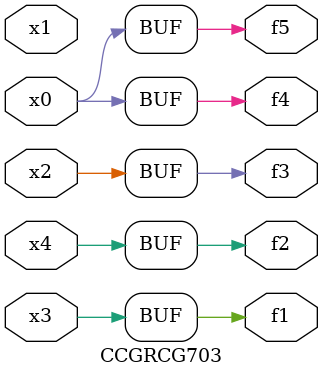
<source format=v>
module CCGRCG703(
	input x0, x1, x2, x3, x4,
	output f1, f2, f3, f4, f5
);
	assign f1 = x3;
	assign f2 = x4;
	assign f3 = x2;
	assign f4 = x0;
	assign f5 = x0;
endmodule

</source>
